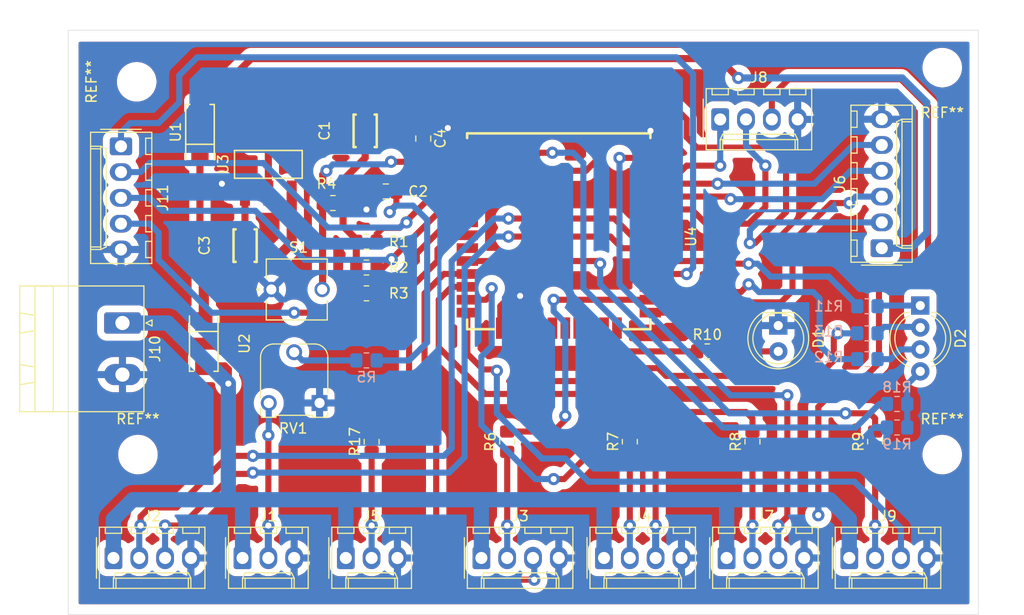
<source format=kicad_pcb>
(kicad_pcb (version 20241229) (generator "pcbnew") (generator_version "9.0")
  (layers (0 "F.Cu" signal) (2 "B.Cu" signal) (13 "F.Paste" user) (15 "B.Paste" user) (5 "F.SilkS" user "F.Silkscreen") (7 "B.SilkS" user "B.Silkscreen") (1 "F.Mask" user) (3 "B.Mask" user) (25 "Edge.Cuts" user))
  (net 0 "")
  (net 1 "/sens_presion")
  (net 2 "VCC")
  (net 3 "Net-(D1-A)")
  (net 4 "Net-(D2-GA)")
  (net 5 "Net-(D2-BA)")
  (net 6 "Net-(D2-K)")
  (net 7 "+3.3V")
  (net 8 "Net-(D2-RA)")
  (net 9 "+5V")
  (net 10 "Net-(J1-Pin_2)")
  (net 11 "/ultrasonico_echo")
  (net 12 "/ultrasonico_trig")
  (net 13 "Net-(J3-Pin_2)")
  (net 14 "/valvula_1")
  (net 15 "/valvula_2")
  (net 16 "Net-(J4-Pin_2)")
  (net 17 "/relay_bomba")
  (net 18 "+5VD")
  (net 19 "/IO0")
  (net 20 "/TXD0")
  (net 21 "GND")
  (net 22 "/EN")
  (net 23 "/RXD0")
  (net 24 "/valvula_3")
  (net 25 "Net-(J7-Pin_2)")
  (net 26 "/lcd_scl")
  (net 27 "/lcd_sda")
  (net 28 "Net-(J9-Pin_2)")
  (net 29 "/valvula_4")
  (net 30 "/boton_0")
  (net 31 "/boton_1")
  (net 32 "/boton_2")
  (net 33 "Net-(R5-Pad1)")
  (net 34 "/flujometro_1")
  (net 35 "/flujometro_2")
  (net 36 "/flujometro_3")
  (net 37 "/flujometro_4")
  (net 38 "/pwr_led")
  (net 39 "/señal_led_b")
  (net 40 "/señal_led_g")
  (net 41 "/señal_led_r")
  (net 44 "/config_pin")
  (net 51 "Net-(J5-Pin_2)")
  (footprint "LED_THT:LED_D5.0mm-4_RGB_Wide_Pins" (layer "F.Cu") (at 169.545 58.355 -90)
    (property "Reference" "D2")
    (property "Value" "LED_BRGK")
  )
  (footprint "MountingHole:MountingHole_2.5mm" (layer "F.Cu") (at 171.704 34.925)
    (property "Reference" "REF**")
    (property "Value" "MountingHole_2.5mm")
  )
  (footprint "Connector_Molex:Molex_KK-254_AE-6410-03A_1x03_P2.54mm_Vertical" (layer "F.Cu") (at 113.03 83.205)
    (property "Reference" "J5")
    (property "Value" "Relay")
  )
  (footprint "Resistor_SMD:R_0805_2012Metric_Pad1.20x1.40mm_HandSolder" (layer "F.Cu") (at 140.97 71.755 90)
    (property "Reference" "R7")
    (property "Value" "1K")
  )
  (footprint "Connector_Molex:Molex_KK-254_AE-6410-04A_1x04_P2.54mm_Vertical" (layer "F.Cu") (at 149.86 40.025)
    (property "Reference" "J8")
    (property "Value" "LCD")
  )
  (footprint "EasyEDA:SOT-223-4_L6.5-W3.5-P2.30-LS7.0-BR" (layer "F.Cu") (at 105.41 44.45 -90)
    (property "Reference" "U3")
    (property "Value" "AMS1117-3.3_C347222")
  )
  (footprint "Resistor_SMD:R_0805_2012Metric_Pad1.20x1.40mm_HandSolder" (layer "F.Cu") (at 128.905 71.755 90)
    (property "Reference" "R6")
    (property "Value" "1K")
  )
  (footprint "Resistor_SMD:R_0805_2012Metric_Pad1.20x1.40mm_HandSolder" (layer "F.Cu") (at 115.062 52.07)
    (property "Reference" "R1")
    (property "Value" "10K")
  )
  (footprint "EasyEDA:WIFIM-SMD_39P-L25.5-W18.0-P1.27-BL" (layer "F.Cu") (at 133.985 51.56 -90)
    (property "Reference" "U4")
    (property "Value" "ESP32-WROOM-32D")
  )
  (footprint "Connector_Molex:Molex_KK-254_AE-6410-04A_1x04_P2.54mm_Vertical" (layer "F.Cu") (at 150.495 83.205)
    (property "Reference" "J7")
    (property "Value" "Valvula 3")
  )
  (footprint "EasyEDA:SMA_L4.5-W2.7-LS5.1-RD" (layer "F.Cu") (at 99.06 62.103 -90)
    (property "Reference" "U2")
    (property "Value" "M7")
  )
  (footprint "Resistor_SMD:R_0805_2012Metric_Pad1.20x1.40mm_HandSolder" (layer "F.Cu") (at 111.76 48.26 180)
    (property "Reference" "R4")
    (property "Value" "10K")
  )
  (footprint "MountingHole:MountingHole_2.5mm" (layer "F.Cu") (at 92.583 73.025)
    (property "Reference" "REF**")
    (property "Value" "MountingHole_2.5mm")
  )
  (footprint "Resistor_SMD:R_0805_2012Metric_Pad1.20x1.40mm_HandSolder" (layer "F.Cu") (at 115.062 54.61)
    (property "Reference" "R2")
    (property "Value" "10K")
  )
  (footprint "Connector_Molex:Molex_KK-254_AE-6410-03A_1x03_P2.54mm_Vertical" (layer "F.Cu") (at 102.87 83.205)
    (property "Reference" "J1")
    (property "Value" "Presion")
  )
  (footprint "Capacitor_SMD:C_0805_2012Metric_Pad1.18x1.45mm_HandSolder" (layer "F.Cu") (at 116.967 47.117)
    (property "Reference" "C2")
    (property "Value" "0.1uF")
  )
  (footprint "Snapeda:BUTT-2_SW_BUTT-2" (layer "F.Cu") (at 108.204 56.769)
    (property "Reference" "S1")
    (property "Value" "BUTT-2")
  )
  (footprint "EasyEDA:CAP-SMD_L3.2-W1.6" (layer "F.Cu") (at 114.935 41.148 90)
    (property "Reference" "C1")
    (property "Value" "10uF")
  )
  (footprint "Resistor_SMD:R_0805_2012Metric_Pad1.20x1.40mm_HandSolder" (layer "F.Cu") (at 153.035 71.755 90)
    (property "Reference" "R8")
    (property "Value" "1K")
  )
  (footprint "Resistor_SMD:R_0805_2012Metric_Pad1.20x1.40mm_HandSolder" (layer "F.Cu") (at 115.062 57.15)
    (property "Reference" "R3")
    (property "Value" "10K")
  )
  (footprint "MountingHole:MountingHole_2.5mm" (layer "F.Cu") (at 92.456 36.322 -90)
    (property "Reference" "REF**")
    (property "Value" "MountingHole_2.5mm")
  )
  (footprint "Connector_Molex:Molex_KK-254_AE-6410-04A_1x04_P2.54mm_Vertical" (layer "F.Cu") (at 126.365 83.205)
    (property "Reference" "J3")
    (property "Value" "Valvula 1")
  )
  (footprint "LED_THT:LED_D5.0mm_Clear" (layer "F.Cu") (at 155.575 60.325 -90)
    (property "Reference" "D1")
    (property "Value" "Green LED")
  )
  (footprint "MountingHole:MountingHole_2.5mm" (layer "F.Cu") (at 171.704 73.025)
    (property "Reference" "REF**")
    (property "Value" "MountingHole_2.5mm")
  )
  (footprint "Capacitor_SMD:C_0805_2012Metric_Pad1.18x1.45mm_HandSolder" (layer "F.Cu") (at 120.65 41.91 -90)
    (property "Reference" "C4")
    (property "Value" "0.1uF")
  )
  (footprint "EasyEDA:SMA_L4.5-W2.7-LS5.1-RD" (layer "F.Cu") (at 98.679 41.275 90)
    (property "Reference" "U1")
    (property "Value" "M7")
  )
  (footprint "Resistor_SMD:R_0805_2012Metric_Pad1.20x1.40mm_HandSolder" (layer "F.Cu") (at 165.1 71.755 90)
    (property "Reference" "R9")
    (property "Value" "1K")
  )
  (footprint "Connector_Molex:Molex_KK-254_AE-6410-05A_1x05_P2.54mm_Vertical" (layer "F.Cu") (at 90.912 42.672 -90)
    (property "Reference" "J11")
    (property "Value" "Botones")
  )
  (footprint "Resistor_SMD:R_0805_2012Metric_Pad1.20x1.40mm_HandSolder" (layer "F.Cu") (at 115.57 71.755 90)
    (property "Reference" "R17")
    (property "Value" "48.7")
  )
  (footprint "Connector_Phoenix_MSTB:PhoenixContact_MSTBA_2,5_2-G-5,08_1x02_P5.08mm_Horizontal" (layer "F.Cu") (at 91.059 60.071 -90)
    (property "Reference" "J10")
    (property "Value" "5V IN")
  )
  (footprint "Connector_Molex:Molex_KK-254_AE-6410-04A_1x04_P2.54mm_Vertical" (layer "F.Cu") (at 162.56 83.205)
    (property "Reference" "J9")
    (property "Value" "Valvula 4")
  )
  (footprint "Resistor_SMD:R_0805_2012Metric_Pad1.20x1.40mm_HandSolder" (layer "F.Cu") (at 148.59 62.865)
    (property "Reference" "R10")
    (property "Value" "1K")
  )
  (footprint "Potentiometer_THT:Potentiometer_Runtron_RM-065_Vertical" (layer "F.Cu") (at 110.45 67.945 180)
    (property "Reference" "RV1")
    (property "Value" "10K")
  )
  (footprint "EasyEDA:CAP-SMD_L3.2-W1.6" (layer "F.Cu") (at 103.124 52.451 90)
    (property "Reference" "C3")
    (property "Value" "10uF")
  )
  (footprint "Connector_Molex:Molex_KK-254_AE-6410-06A_1x06_P2.54mm_Vertical" (layer "F.Cu") (at 165.755 52.705 90)
    (property "Reference" "J6")
    (property "Value" "Debug")
  )
  (footprint "Connector_Molex:Molex_KK-254_AE-6410-04A_1x04_P2.54mm_Vertical" (layer "F.Cu") (at 138.43 83.205)
    (property "Reference" "J4")
    (property "Value" "Valvula 2")
  )
  (footprint "Connector_Molex:Molex_KK-254_AE-6410-04A_1x04_P2.54mm_Vertical" (layer "F.Cu") (at 90.17 83.205)
    (property "Reference" "J2")
    (property "Value" "Ultrasonico")
  )
  (footprint "Resistor_SMD:R_0805_2012Metric_Pad1.20x1.40mm_HandSolder" (layer "B.Cu") (at 167.259 68.043 180)
    (property "Reference" "R18")
    (property "Value" "0")
  )
  (footprint "Resistor_SMD:R_0805_2012Metric_Pad1.20x1.40mm_HandSolder" (layer "B.Cu") (at 167.259 70.358)
    (property "Reference" "R19")
    (property "Value" "0")
  )
  (footprint "Resistor_SMD:R_0805_2012Metric_Pad1.20x1.40mm_HandSolder" (layer "B.Cu") (at 115.062 63.754)
    (property "Reference" "R5")
    (property "Value" "48.7")
  )
  (footprint "Resistor_SMD:R_0805_2012Metric_Pad1.20x1.40mm_HandSolder" (layer "B.Cu") (at 164.338 63.627)
    (property "Reference" "R12")
    (property "Value" "1K")
  )
  (footprint "Resistor_SMD:R_0805_2012Metric_Pad1.20x1.40mm_HandSolder" (layer "B.Cu") (at 164.338 61.087)
    (property "Reference" "R13")
    (property "Value" "1K")
  )
  (footprint "Resistor_SMD:R_0805_2012Metric_Pad1.20x1.40mm_HandSolder" (layer "B.Cu") (at 164.338 58.42)
    (property "Reference" "R11")
    (property "Value" "1K")
  )
  (gr_rect (start 85.725 31.242) (end 175.26 88.773) (stroke (width 0.05)) (fill no) (layer "Edge.Cuts"))
  (segment (start 118.0045 46.99) (end 118.1315 46.99) (width 0.6) (layer "F.Cu") (net 1))
  (segment (start 118.7715 46.35) (end 124.985 46.35) (width 0.6) (layer "F.Cu") (net 1))
  (segment (start 118.1315 46.99) (end 118.7715 46.35) (width 0.6) (layer "F.Cu") (net 1))
  (segment (start 118.0045 48.4085) (end 118.0045 46.99) (width 0.6) (layer "F.Cu") (net 1))
  (segment (start 117.348 49.065) (end 118.0045 48.4085) (width 0.6) (layer "F.Cu") (net 1))
  (segment (start 117.348 49.149) (end 117.348 49.065) (width 0.6) (layer "F.Cu") (net 1))
  (via (at 117.348 49.149) (size 1.2) (drill 0.6) (layers "F.Cu" "B.Cu") (net 1))
  (segment (start 121.031 61.976) (end 119.253 63.754) (width 0.6) (layer "B.Cu") (net 1))
  (segment (start 117.348 49.149) (end 117.983 48.514) (width 0.6) (layer "B.Cu") (net 1))
  (segment (start 117.983 48.514) (end 119.634 48.514) (width 0.6) (layer "B.Cu") (net 1))
  (segment (start 119.634 48.514) (end 121.031 49.911) (width 0.6) (layer "B.Cu") (net 1))
  (segment (start 119.253 63.754) (end 116.062 63.754) (width 0.6) (layer "B.Cu") (net 1))
  (segment (start 121.031 49.911) (end 121.031 61.976) (width 0.6) (layer "B.Cu") (net 1))
  (segment (start 99.06 54.737) (end 99.949 53.848) (width 1) (layer "F.Cu") (net 2))
  (segment (start 99.949 53.848) (end 103.077 53.848) (width 1) (layer "F.Cu") (net 2))
  (segment (start 99.822 53.848) (end 98.679 52.705) (width 0.7) (layer "F.Cu") (net 2))
  (segment (start 103.077 53.848) (end 103.124 53.801) (width 1) (layer "F.Cu") (net 2))
  (segment (start 98.679 52.705) (end 98.679 43.465) (width 0.7) (layer "F.Cu") (net 2))
  (segment (start 106.092 53.801) (end 107.71 52.183) (width 1) (layer "F.Cu") (net 2))
  (segment (start 99.949 53.848) (end 99.822 53.848) (width 0.7) (layer "F.Cu") (net 2))
  (segment (start 107.71 52.183) (end 107.71 47.28) (width 1) (layer "F.Cu") (net 2))
  (segment (start 99.06 59.913) (end 99.06 54.737) (width 1) (layer "F.Cu") (net 2))
  (segment (start 103.124 53.801) (end 106.092 53.801) (width 1) (layer "F.Cu") (net 2))
  (segment (start 149.59 62.865) (end 155.575 62.865) (width 0.6) (layer "F.Cu") (net 3))
  (segment (start 167.578 62.673) (end 169.545 62.673) (width 0.6) (layer "B.Cu") (net 4))
  (segment (start 165.338 63.627) (end 166.624 63.627) (width 0.6) (layer "B.Cu") (net 4))
  (segment (start 166.624 63.627) (end 167.578 62.673) (width 0.6) (layer "B.Cu") (net 4))
  (segment (start 165.403 58.355) (end 165.338 58.42) (width 0.6) (layer "B.Cu") (net 5))
  (segment (start 169.545 58.355) (end 165.403 58.355) (width 0.6) (layer "B.Cu") (net 5))
  (segment (start 168.259 70.358) (end 168.259 68.043) (width 0.6) (layer "B.Cu") (net 6))
  (segment (start 168.259 66.118) (end 169.545 64.832) (width 0.6) (layer "B.Cu") (net 6))
  (segment (start 168.259 68.043) (end 168.259 66.118) (width 0.6) (layer "B.Cu") (net 6))
  (segment (start 111.03738 42.45738) (end 114.935 42.45738) (width 0.7) (layer "F.Cu") (net 7))
  (segment (start 114.062 51.832) (end 114.062 52.07) (width 0.7) (layer "F.Cu") (net 7))
  (segment (start 114.062 57.15) (end 114.062 54.61) (width 0.7) (layer "F.Cu") (net 7))
  (segment (start 133.35 43.307) (end 132.08 43.307) (width 0.6) (layer "F.Cu") (net 7))
  (segment (start 112.76 48.26) (end 112.76 45.99) (width 0.7) (layer "F.Cu") (net 7))
  (segment (start 112.76 50.53) (end 114.062 51.832) (width 0.7) (layer "F.Cu") (net 7))
  (segment (start 105.41 41.62) (end 110.2 41.62) (width 0.7) (layer "F.Cu") (net 7))
  (segment (start 119.7825 42.9475) (end 119.29238 42.45738) (width 0.7) (layer "F.Cu") (net 7))
  (segment (start 112.76 45.99) (end 114.935 43.815) (width 0.7) (layer "F.Cu") (net 7))
  (segment (start 112.76 48.26) (end 112.76 50.53) (width 0.7) (layer "F.Cu") (net 7))
  (segment (start 120.65 42.9475) (end 119.7825 42.9475) (width 0.7) (layer "F.Cu") (net 7))
  (segment (start 132.08 43.307) (end 131.577 43.81) (width 0.6) (layer "F.Cu") (net 7))
  (segment (start 114.062 52.07) (end 114.062 54.61) (width 0.7) (layer "F.Cu") (net 7))
  (segment (start 120.65 42.9475) (end 121.5125 43.81) (width 0.7) (layer "F.Cu") (net 7))
  (segment (start 110.2 41.62) (end 111.03738 42.45738) (width 0.7) (layer "F.Cu") (net 7))
  (segment (start 121.5125 43.81) (end 124.985 43.81) (width 0.7) (layer "F.Cu") (net 7))
  (segment (start 114.935 43.815) (end 114.935 42.45738) (width 0.7) (layer "F.Cu") (net 7))
  (segment (start 131.577 43.81) (end 124.985 43.81) (width 0.6) (layer "F.Cu") (net 7))
  (segment (start 105.41 47.28) (end 105.41 41.62) (width 0.7) (layer "F.Cu") (net 7))
  (segment (start 119.29238 42.45738) (end 114.935 42.45738) (width 0.7) (layer "F.Cu") (net 7))
  (via (at 133.35 43.307) (size 1.2) (drill 0.6) (layers "F.Cu" "B.Cu") (net 7))
  (segment (start 136.398 44.323) (end 136.398 56.642) (width 0.6) (layer "B.Cu") (net 7))
  (segment (start 135.382 43.307) (end 136.398 44.323) (width 0.6) (layer "B.Cu") (net 7))
  (segment (start 163.195 70.358) (end 165.51 68.043) (width 0.6) (layer "B.Cu") (net 7))
  (segment (start 136.398 56.642) (end 150.114 70.358) (width 0.6) (layer "B.Cu") (net 7))
  (segment (start 150.114 70.358) (end 163.195 70.358) (width 0.6) (layer "B.Cu") (net 7))
  (segment (start 133.35 43.307) (end 135.382 43.307) (width 0.6) (layer "B.Cu") (net 7))
  (segment (start 165.51 68.043) (end 166.259 68.043) (width 0.6) (layer "B.Cu") (net 7))
  (segment (start 169.483 60.452) (end 169.545 60.514) (width 0.6) (layer "B.Cu") (net 8))
  (segment (start 165.338 61.087) (end 165.973 60.452) (width 0.6) (layer "B.Cu") (net 8))
  (segment (start 165.973 60.452) (end 169.483 60.452) (width 0.6) (layer "B.Cu") (net 8))
  (segment (start 163.83 65.659) (end 162.179 65.659) (width 0.6) (layer "F.Cu") (net 9))
  (segment (start 156.591 36.068) (end 167.64 36.068) (width 0.6) (layer "F.Cu") (net 9))
  (segment (start 165.481 64.008) (end 163.83 65.659) (width 0.6) (layer "F.Cu") (net 9))
  (segment (start 154.94 37.719) (end 156.591 36.068) (width 0.6) (layer "F.Cu") (net 9))
  (segment (start 170.307 38.735) (end 170.307 54.356) (width 0.6) (layer "F.Cu") (net 9))
  (segment (start 99.06 64.293) (end 101.123 64.293) (width 0.7) (layer "F.Cu") (net 9))
  (segment (start 165.481 56.896) (end 165.481 64.008) (width 0.6) (layer "F.Cu") (net 9))
  (segment (start 101.473 64.643) (end 101.473 66.04) (width 0.7) (layer "F.Cu") (net 9))
  (segment (start 101.123 64.293) (end 101.473 64.643) (width 0.7) (layer "F.Cu") (net 9))
  (segment (start 169.164 55.499) (end 166.878 55.499) (width 0.6) (layer "F.Cu") (net 9))
  (segment (start 167.64 36.068) (end 170.307 38.735) (width 0.6) (layer "F.Cu") (net 9))
  (segment (start 162.179 65.659) (end 159.512 68.326) (width 0.6) (layer "F.Cu") (net 9))
  (segment (start 154.94 40.025) (end 154.94 37.719) (width 0.6) (layer "F.Cu") (net 9))
  (segment (start 170.307 54.356) (end 169.164 55.499) (width 0.6) (layer "F.Cu") (net 9))
  (segment (start 159.512 68.326) (end 159.512 78.994) (width 0.6) (layer "F.Cu") (net 9))
  (segment (start 166.878 55.499) (end 165.481 56.896) (width 0.6) (layer "F.Cu") (net 9))
  (via (at 101.473 66.04) (size 1.2) (drill 0.6) (layers "F.Cu" "B.Cu") (net 9))
  (via (at 159.512 78.994) (size 1.2) (drill 0.6) (layers "F.Cu" "B.Cu") (net 9))
  (segment (start 162.56 79.375) (end 162.56 83.205) (width 1.5) (layer "B.Cu") (net 9))
  (segment (start 159.512 78.994) (end 159.512 77.47) (width 0.6) (layer "B.Cu") (net 9))
  (segment (start 102.87 77.47) (end 113.03 77.47) (width 1.5) (layer "B.Cu") (net 9))
  (segment (start 126.365 83.205) (end 126.365 77.47) (width 1.5) (layer "B.Cu") (net 9))
  (segment (start 113.03 83.205) (end 113.03 77.47) (width 1.5) (layer "B.Cu") (net 9))
  (segment (start 92.075 77.47) (end 98.044 77.47) (width 1.5) (layer "B.Cu") (net 9))
  (segment (start 126.365 77.47) (end 138.43 77.47) (width 1.5) (layer "B.Cu") (net 9))
  (segment (start 160.655 77.47) (end 162.56 79.375) (width 1.5) (layer "B.Cu") (net 9))
  (segment (start 138.43 83.205) (end 138.43 77.47) (width 1.5) (layer "B.Cu") (net 9))
  (segment (start 101.473 77.47) (end 102.87 77.47) (width 1.5) (layer "B.Cu") (net 9))
  (segment (start 102.87 83.205) (end 102.87 77.47) (width 1.5) (layer "B.Cu") (net 9))
  (segment (start 90.17 83.205) (end 90.17 79.375) (width 1.5) (layer "B.Cu") (net 9))
  (segment (start 95.504 60.071) (end 101.473 66.04) (width 1.5) (layer "B.Cu") (net 9))
  (segment (start 150.495 77.47) (end 159.512 77.47) (width 1.5) (layer "B.Cu") (net 9))
  (segment (start 150.495 83.205) (end 150.495 77.47) (width 1.5) (layer "B.Cu") (net 9))
  (segment (start 101.473 66.04) (end 101.473 77.47) (width 1.5) (layer "B.Cu") (net 9))
  (segment (start 91.059 60.071) (end 95.504 60.071) (width 1.5) (layer "B.Cu") (net 9))
  (segment (start 98.044 77.47) (end 101.473 77.47) (width 1.5) (layer "B.Cu") (net 9))
  (segment (start 113.03 77.47) (end 126.365 77.47) (width 1.5) (layer "B.Cu") (net 9))
  (segment (start 159.512 77.47) (end 160.655 77.47) (width 1.5) (layer "B.Cu") (net 9))
  (segment (start 138.43 77.47) (end 150.495 77.47) (width 1.5) (layer "B.Cu") (net 9))
  (segment (start 90.17 79.375) (end 92.075 77.47) (width 1.5) (layer "B.Cu") (net 9))
  (segment (start 105.41 71.12) (end 105.41 80.01) (width 0.6) (layer "F.Cu") (net 10))
  (via (at 105.41 71.12) (size 1.2) (drill 0.6) (layers "F.Cu" "B.Cu") (net 10))
  (via (at 105.41 80.01) (size 1.2) (drill 0.6) (layers "F.Cu" "B.Cu") (net 10))
  (segment (start 105.41 80.01) (end 105.41 83.205) (width 0.7) (layer "B.Cu") (net 10))
  (segment (start 105.45 71.08) (end 105.41 71.12) (width 0.7) (layer "B.Cu") (net 10))
  (segment (start 105.45 67.945) (end 105.45 71.08) (width 0.6) (layer "B.Cu") (net 10))
  (segment (start 96.901 80.01) (end 95.25 80.01) (width 0.6) (layer "F.Cu") (net 11))
  (segment (start 139.065 51.562) (end 140.208 52.705) (width 0.6) (layer "F.Cu") (net 11))
  (segment (start 142.98 52.705) (end 142.985 52.7) (width 0.6) (layer "F.Cu") (net 11))
  (segment (start 140.208 52.705) (end 142.98 52.705) (width 0.6) (layer "F.Cu") (net 11))
  (segment (start 101.981 74.93) (end 96.901 80.01) (width 0.6) (layer "F.Cu") (net 11))
  (segment (start 129.032 51.562) (end 139.065 51.562) (width 0.6) (layer "F.Cu") (net 11))
  (segment (start 103.886 74.803) (end 103.759 74.93) (width 0.6) (layer "F.Cu") (net 11))
  (segment (start 103.759 74.93) (end 101.981 74.93) (width 0.6) (layer "F.Cu") (net 11))
  (via (at 129.032 51.562) (size 1.2) (drill 0.6) (layers "F.Cu" "B.Cu") (net 11))
  (via (at 95.25 80.01) (size 1.2) (drill 0.6) (layers "F.Cu" "B.Cu") (net 11))
  (via (at 103.886 74.803) (size 1.2) (drill 0.6) (layers "F.Cu" "B.Cu") (net 11))
  (segment (start 95.25 83.205) (end 95.25 80.01) (width 0.6) (layer "B.Cu") (net 11))
  (segment (start 124.714 73.279) (end 123.19 74.803) (width 0.6) (layer "B.Cu") (net 11))
  (segment (start 124.714 54.61) (end 124.714 73.279) (width 0.6) (layer "B.Cu") (net 11))
  (segment (start 127.762 51.562) (end 124.714 54.61) (width 0.6) (layer "B.Cu") (net 11))
  (segment (start 123.19 74.803) (end 103.886 74.803) (width 0.6) (layer "B.Cu") (net 11))
  (segment (start 129.032 51.562) (end 127.762 51.562) (width 0.6) (layer "B.Cu") (net 11))
  (segment (start 92.837 79.121) (end 92.837 80.01) (width 0.6) (layer "F.Cu") (net 12))
  (segment (start 96.393 78.232) (end 93.726 78.232) (width 0.6) (layer "F.Cu") (net 12))
  (segment (start 101.473 73.152) (end 96.393 78.232) (width 0.6) (layer "F.Cu") (net 12))
  (segment (start 103.886 73.152) (end 101.473 73.152) (width 0.6) (layer "F.Cu") (net 12))
  (segment (start 93.726 78.232) (end 92.837 79.121) (width 0.6) (layer "F.Cu") (net 12))
  (segment (start 141.092 51.43) (end 142.985 51.43) (width 0.6) (layer "F.Cu") (net 12))
  (segment (start 129.032 49.784) (end 139.446 49.784) (width 0.6) (layer "F.Cu") (net 12))
  (segment (start 139.446 49.784) (end 141.092 51.43) (width 0.6) (layer "F.Cu") (net 12))
  (via (at 103.886 73.152) (size 1.2) (drill 0.6) (layers "F.Cu" "B.Cu") (net 12))
  (via (at 129.032 49.784) (size 1.2) (drill 0.6) (layers "F.Cu" "B.Cu") (net 12))
  (via (at 92.837 80.01) (size 1.2) (drill 0.6) (layers "F.Cu" "B.Cu") (net 12))
  (segment (start 123.444 72.39) (end 123.444 53.975) (width 0.6) (layer "B.Cu") (net 12))
  (segment (start 123.444 53.975) (end 127.635 49.784) (width 0.6) (layer "B.Cu") (net 12))
  (segment (start 92.71 80.137) (end 92.837 80.01) (width 0.6) (layer "B.Cu") (net 12))
  (segment (start 92.71 83.205) (end 92.71 80.137) (width 0.6) (layer "B.Cu") (net 12))
  (segment (start 122.682 73.152) (end 123.444 72.39) (width 0.6) (layer "B.Cu") (net 12))
  (segment (start 127.635 49.784) (end 129.032 49.784) (width 0.6) (layer "B.Cu") (net 12))
  (segment (start 103.886 73.152) (end 122.682 73.152) (width 0.6) (layer "B.Cu") (net 12))
  (segment (start 128.905 72.755) (end 128.905 80.01) (width 0.6) (layer "F.Cu") (net 13))
  (via (at 128.905 80.01) (size 1.2) (drill 0.6) (layers "F.Cu" "B.Cu") (net 13))
  (segment (start 128.905 80.01) (end 128.905 83.205) (width 0.6) (layer "B.Cu") (net 13))
  (segment (start 120.777 57.15) (end 122.687 55.24) (width 0.6) (layer "F.Cu") (net 14))
  (segment (start 120.777 70.358) (end 120.777 57.15) (width 0.6) (layer "F.Cu") (net 14))
  (segment (start 121.92 71.501) (end 120.777 70.358) (width 0.6) (layer "F.Cu") (net 14))
  (segment (start 131.572 85.344) (end 123.444 85.344) (width 0.6) (layer "F.Cu") (net 14))
  (segment (start 121.92 83.82) (end 121.92 71.501) (width 0.6) (layer "F.Cu") (net 14))
  (segment (start 122.687 55.24) (end 124.985 55.24) (width 0.6) (layer "F.Cu") (net 14))
  (segment (start 123.444 85.344) (end 121.92 83.82) (width 0.6) (layer "F.Cu") (net 14))
  (via (at 131.572 85.344) (size 1.2) (drill 0.6) (layers "F.Cu" "B.Cu") (net 14))
  (segment (start 131.572 83.332) (end 131.445 83.205) (width 0.6) (layer "B.Cu") (net 14))
  (segment (start 131.572 85.344) (end 131.572 83.332) (width 0.6) (layer "B.Cu") (net 14))
  (segment (start 126.746 67.056) (end 140.970001 67.056) (width 0.6) (layer "F.Cu") (net 15))
  (segment (start 122.174 57.785) (end 122.174 62.484) (width 0.6) (layer "F.Cu") (net 15))
  (segment (start 123.449 56.51) (end 122.174 57.785) (width 0.6) (layer "F.Cu") (net 15))
  (segment (start 124.985 56.51) (end 123.449 56.51) (width 0.6) (layer "F.Cu") (net 15))
  (segment (start 143.51 69.595999) (end 143.51 80.01) (width 0.6) (layer "F.Cu") (net 15))
  (segment (start 140.970001 67.056) (end 143.51 69.595999) (width 0.6) (layer "F.Cu") (net 15))
  (segment (start 122.174 62.484) (end 126.746 67.056) (width 0.6) (layer "F.Cu") (net 15))
  (via (at 143.51 80.01) (size 1.2) (drill 0.6) (layers "F.Cu" "B.Cu") (net 15))
  (segment (start 143.51 83.205) (end 143.51 80.01) (width 0.7) (layer "B.Cu") (net 15))
  (segment (start 140.97 72.755) (end 140.97 80.01) (width 0.6) (layer "F.Cu") (net 16))
  (via (at 140.97 80.01) (size 1.2) (drill 0.6) (layers "F.Cu" "B.Cu") (net 16))
  (segment (start 140.97 80.01) (end 140.97 83.205) (width 0.6) (layer "B.Cu") (net 16))
  (segment (start 118.602 70.755) (end 119.253 70.104) (width 0.6) (layer "F.Cu") (net 17))
  (segment (start 122.047 53.975) (end 122.047 52.832) (width 0.6) (layer "F.Cu") (net 17))
  (segment (start 115.57 70.755) (end 118.602 70.755) (width 0.6) (layer "F.Cu") (net 17))
  (segment (start 119.253 70.104) (end 119.253 56.769) (width 0.6) (layer "F.Cu") (net 17))
  (segment (start 119.253 56.769) (end 122.047 53.975) (width 0.6) (layer "F.Cu") (net 17))
  (segment (start 123.449 51.43) (end 124.985 51.43) (width 0.6) (layer "F.Cu") (net 17))
  (segment (start 122.047 52.832) (end 123.449 51.43) (width 0.6) (layer "F.Cu") (net 17))
  (segment (start 103.728 34.036) (end 98.679 39.085) (width 0.7) (layer "F.Cu") (net 18))
  (segment (start 149.733 34.036) (end 103.728 34.036) (width 0.7) (layer "F.Cu") (net 18))
  (segment (start 151.638 35.941) (end 149.733 34.036) (width 0.7) (layer "F.Cu") (net 18))
  (via (at 151.638 35.941) (size 1.2) (drill 0.6) (layers "F.Cu" "B.Cu") (net 18))
  (segment (start 170.18 51.181) (end 168.656 52.705) (width 0.7) (layer "B.Cu") (net 18))
  (segment (start 168.656 52.705) (end 165.755 52.705) (width 0.7) (layer "B.Cu") (net 18))
  (segment (start 170.18 38.354) (end 170.18 51.181) (width 0.7) (layer "B.Cu") (net 18))
  (segment (start 151.638 35.941) (end 167.767 35.941) (width 0.7) (layer "B.Cu") (net 18))
  (segment (start 167.767 35.941) (end 170.18 38.354) (width 0.7) (layer "B.Cu") (net 18))
  (segment (start 160.782 48.26) (end 162.56 48.26) (width 0.6) (layer "F.Cu") (net 19))
  (segment (start 150.495 58.039) (end 155.829 58.039) (width 0.6) (layer "F.Cu") (net 19))
  (segment (start 156.972 56.896) (end 156.972 52.07) (width 0.6) (layer "F.Cu") (net 19))
  (segment (start 142.985 59.05) (end 149.484 59.05) (width 0.6) (layer "F.Cu") (net 19))
  (segment (start 155.829 58.039) (end 156.972 56.896) (width 0.6) (layer "F.Cu") (net 19))
  (segment (start 156.972 52.07) (end 160.782 48.26) (width 0.6) (layer "F.Cu") (net 19))
  (segment (start 149.484 59.05) (end 150.495 58.039) (width 0.6) (layer "F.Cu") (net 19))
  (via (at 162.56 48.26) (size 1.2) (drill 0.6) (layers "F.Cu" "B.Cu") (net 19))
  (segment (start 162.56 48.26) (end 163.195 47.625) (width 0.6) (layer "B.Cu") (net 19))
  (segment (start 163.195 47.625) (end 165.755 47.625) (width 0.6) (layer "B.Cu") (net 19))
  (segment (start 142.985 46.35) (end 149.601 46.35) (width 0.6) (layer "F.Cu") (net 20))
  (segment (start 149.601 46.35) (end 149.606 46.355) (width 0.6) (layer "F.Cu") (net 20))
  (via (at 149.606 46.355) (size 1.2) (drill 0.6) (layers "F.Cu" "B.Cu") (net 20))
  (segment (start 159.131 46.355) (end 162.941 42.545) (width 0.6) (layer "B.Cu") (net 20))
  (segment (start 162.941 42.545) (end 165.755 42.545) (width 0.6) (layer "B.Cu") (net 20))
  (segment (start 149.606 46.355) (end 159.131 46.355) (width 0.6) (layer "B.Cu") (net 20))
  (segment (start 114.935 39.798) (end 117.141 39.798) (width 0.7) (layer "F.Cu") (net 21))
  (segment (start 129.286 57.404) (end 128.275 58.415) (width 0.7) (layer "F.Cu") (net 21))
  (segment (start 124.6925 40.8725) (end 124.985 41.165) (width 0.7) (layer "F.Cu") (net 21))
  (segment (start 118.2155 40.8725) (end 120.65 40.8725) (width 0.7) (layer "F.Cu") (net 21))
  (segment (start 115.062 48.895) (end 115.062 48.006) (width 0.7) (layer "F.Cu") (net 21))
  (segment (start 124.985 41.165) (end 124.985 42.54) (width 0.7) (layer "F.Cu") (net 21))
  (segment (start 103.11 47.28) (end 101.763 47.28) (width 0.7) (layer "F.Cu") (net 21))
  (segment (start 142.985 42.54) (end 142.985 41.165) (width 0.7) (layer "F.Cu") (net 21))
  (segment (start 130.175 57.404) (end 129.286 57.404) (width 0.7) (layer "F.Cu") (net 21))
  (segment (start 103.124 50.974) (end 103.11 50.96) (width 0.7) (layer "F.Cu") (net 21))
  (segment (start 115.9295 47.1385) (end 115.9295 47.117) (width 0.7) (layer "F.Cu") (net 21))
  (segment (start 123.063 40.8725) (end 124.6925 40.8725) (width 0.7) (layer "F.Cu") (net 21))
  (segment (start 103.11 50.96) (end 103.11 47.28) (width 0.7) (layer "F.Cu") (net 21))
  (segment (start 142.985 41.165) (end 143.002 41.148) (width 0.7) (layer "F.Cu") (net 21))
  (segment (start 123.063 40.8725) (end 120.65 40.8725) (width 0.7) (layer "F.Cu") (net 21))
  (segment (start 128.275 58.415) (end 128.275 60.58) (width 0.7) (layer "F.Cu") (net 21))
  (segment (start 128.275 60.58) (end 128.275 61.209) (width 0.7) (layer "F.Cu") (net 21))
  (segment (start 115.062 48.006) (end 115.9295 47.1385) (width 0.7) (layer "F.Cu") (net 21))
  (segment (start 117.141 39.798) (end 118.2155 40.8725) (width 0.7) (layer "F.Cu") (net 21))
  (segment (start 101.763 47.28) (end 100.838 46.355) (width 0.7) (layer "F.Cu") (net 21))
  (via (at 100.838 46.355) (size 1.2) (drill 0.6) (layers "F.Cu" "B.Cu") (net 21))
  (via (at 143.002 41.148) (size 1.2) (drill 0.6) (layers "F.Cu" "B.Cu") (net 21))
  (via (at 130.175 57.404) (size 1.2) (drill 0.6) (layers "F.Cu" "B.Cu") (net 21))
  (via (at 123.063 40.8725) (size 1.2) (drill 0.6) (layers "F.Cu" "B.Cu") (net 21))
  (via (at 115.062 48.895) (size 1.2) (drill 0.6) (layers "F.Cu" "B.Cu") (net 21))
  (segment (start 147.574 42.799) (end 146.558 41.783) (width 0.6) (layer "F.Cu") (net 22))
  (segment (start 110.744 48.276) (end 110.744 56.729) (width 0.7) (layer "F.Cu") (net 22))
  (segment (start 118.872 44.196) (end 119.756 45.08) (width 0.6) (layer "F.Cu") (net 22))
  (segment (start 155.321 42.799) (end 147.574 42.799) (width 0.6) (layer "F.Cu") (net 22))
  (segment (start 138.557 39.116) (end 137.668 40.005) (width 0.6) (layer "F.Cu") (net 22))
  (segment (start 110.76 45.45) (end 111.125 45.085) (width 0.7) (layer "F.Cu") (net 22))
  (segment (start 153.289 52.197) (end 156.337 49.149) (width 0.6) (layer "F.Cu") (net 22))
  (segment (start 110.744 56.729) (end 110.704 56.769) (width 0.7) (layer "F.Cu") (net 22))
  (segment (start 110.76 48.26) (end 110.744 48.276) (width 0.7) (layer "F.Cu") (net 22))
  (segment (start 137.668 44.069) (end 136.657 45.08) (width 0.6) (layer "F.Cu") (net 22))
  (segment (start 152.781 52.197) (end 153.289 52.197) (width 0.6) (layer "F.Cu") (net 22))
  (segment (start 156.337 43.815) (end 155.321 42.799) (width 0.6) (layer "F.Cu") (net 22))
  (segment (start 156.337 49.149) (end 156.337 43.815) (width 0.6) (layer "F.Cu") (net 22))
  (segment (start 117.475 44.196) (end 118.872 44.196) (width 0.6) (layer "F.Cu") (net 22))
  (segment (start 119.756 45.08) (end 124.985 45.08) (width 0.6) (layer "F.Cu") (net 22))
  (segment (start 136.657 45.08) (end 124.985 45.08) (width 0.6) (layer "F.Cu") (net 22))
  (segment (start 137.668 40.005) (end 137.668 44.069) (width 0.6) (layer "F.Cu") (net 22))
  (segment (start 146.558 41.783) (end 146.558 40.005) (width 0.6) (layer "F.Cu") (net 22))
  (segment (start 146.558 40.005) (end 145.669 39.116) (width 0.6) (layer "F.Cu") (net 22))
  (segment (start 145.669 39.116) (end 138.557 39.116) (width 0.6) (layer "F.Cu") (net 22))
  (segment (start 110.76 48.26) (end 110.76 45.45) (width 0.7) (layer "F.Cu") (net 22))
  (via (at 152.781 52.197) (size 1.2) (drill 0.6) (layers "F.Cu" "B.Cu") (net 22))
  (via (at 111.125 45.085) (size 1.2) (drill 0.6) (layers "F.Cu" "B.Cu") (net 22))
  (via (at 117.475 44.196) (size 1.2) (drill 0.6) (layers "F.Cu" "B.Cu") (net 22))
  (segment (start 152.781 52.197) (end 152.781 50.927) (width 0.6) (layer "B.Cu") (net 22))
  (segment (start 152.781 50.927) (end 153.543 50.165) (width 0.6) (layer "B.Cu") (net 22))
  (segment (start 117.221 44.45) (end 117.475 44.196) (width 0.6) (layer "B.Cu") (net 22))
  (segment (start 111.76 44.45) (end 117.221 44.45) (width 0.6) (layer "B.Cu") (net 22))
  (segment (start 111.125 45.085) (end 111.76 44.45) (width 0.6) (layer "B.Cu") (net 22))
  (segment (start 153.543 50.165) (end 165.755 50.165) (width 0.6) (layer "B.Cu") (net 22))
  (segment (start 142.985 47.62) (end 150.617 47.62) (width 0.6) (layer "F.Cu") (net 23))
  (segment (start 150.617 47.62) (end 150.876 47.879) (width 0.6) (layer "F.Cu") (net 23))
  (via (at 150.876 47.879) (size 1.2) (drill 0.6) (layers "F.Cu" "B.Cu") (net 23))
  (segment (start 162.687 45.085) (end 165.755 45.085) (width 0.6) (layer "B.Cu") (net 23))
  (segment (start 159.893 47.879) (end 162.687 45.085) (width 0.6) (layer "B.Cu") (net 23))
  (segment (start 150.876 47.879) (end 159.893 47.879) (width 0.6) (layer "B.Cu") (net 23))
  (segment (start 156.464 79.121) (end 155.575 80.01) (width 0.6) (layer "F.Cu") (net 24))
  (segment (start 139.959 43.81) (end 139.954 43.815) (width 0.6) (layer "F.Cu") (net 24))
  (segment (start 156.464 67.183) (end 156.464 79.121) (width 0.6) (layer "F.Cu") (net 24))
  (segment (start 142.985 43.81) (end 139.959 43.81) (width 0.6) (layer "F.Cu") (net 24))
  (via (at 155.575 80.01) (size 1.2) (drill 0.6) (layers "F.Cu" "B.Cu") (net 24))
  (via (at 139.954 43.815) (size 1.2) (drill 0.6) (layers "F.Cu" "B.Cu") (net 24))
  (via (at 156.464 67.183) (size 1.2) (drill 0.6) (layers "F.Cu" "B.Cu") (net 24))
  (segment (start 150.876 67.183) (end 139.954 56.261) (width 0.6) (layer "B.Cu") (net 24))
  (segment (start 139.954 56.261) (end 139.954 43.815) (width 0.6) (layer "B.Cu") (net 24))
  (segment (start 156.464 67.183) (end 150.876 67.183) (width 0.6) (layer "B.Cu") (net 24))
  (segment (start 155.575 80.01) (end 155.575 83.205) (width 0.6) (layer "B.Cu") (net 24))
  (segment (start 153.035 72.755) (end 153.035 80.01) (width 0.6) (layer "F.Cu") (net 25))
  (via (at 153.035 80.01) (size 1.2) (drill 0.6) (layers "F.Cu" "B.Cu") (net 25))
  (segment (start 153.035 80.01) (end 153.035 83.205) (width 0.6) (layer "B.Cu") (net 25))
  (segment (start 146.558 44.577) (end 146.05 45.085) (width 0.6) (layer "F.Cu") (net 26))
  (segment (start 149.86 44.577) (end 146.558 44.577) (width 0.6) (layer "F.Cu") (net 26))
  (segment (start 146.05 45.085) (end 142.99 45.085) (width 0.6) (layer "F.Cu") (net 26))
  (segment (start 142.99 45.085) (end 142.985 45.08) (width 0.6) (layer "F.Cu") (net 26))
  (via (at 149.86 44.577) (size 1.2) (drill 0.6) (layers "F.Cu" "B.Cu") (net 26))
  (segment (start 149.86 44.577) (end 149.86 40.025) (width 0.6) (layer "B.Cu") (net 26))
  (segment (start 152.654 50.292) (end 154.305 48.641) (width 0.6) (layer "F.Cu") (net 27))
  (segment (start 154.305 48.641) (end 154.305 44.577) (width 0.6) (layer "F.Cu") (net 27))
  (segment (start 148.463 50.292) (end 152.654 50.292) (width 0.6) (layer "F.Cu") (net 27))
  (segment (start 142.985 48.89) (end 147.061 48.89) (width 0.6) (layer "F.Cu") (net 27))
  (segment (start 147.061 48.89) (end 148.463 50.292) (width 0.6) (layer "F.Cu") (net 27))
  (via (at 154.305 44.577) (size 1.2) (drill 0.6) (layers "F.Cu" "B.Cu") (net 27))
  (segment (start 152.4 42.672) (end 152.4 40.025) (width 0.6) (layer "B.Cu") (net 27))
  (segment (start 154.305 44.577) (end 152.4 42.672) (width 0.6) (layer "B.Cu") (net 27))
  (segment (start 165.1 72.755) (end 165.1 80.01) (width 0.6) (layer "F.Cu") (net 28))
  (via (at 165.1 80.01) (size 1.2) (drill 0.6) (layers "F.Cu" "B.Cu") (net 28))
  (segment (start 165.1 80.01) (end 165.1 83.205) (width 0.6) (layer "B.Cu") (net 28))
  (segment (start 127.889 64.77) (end 127.762 64.643) (width 0.6) (layer "F.Cu") (net 29))
  (segment (start 127.762 64.643) (end 126.526 64.643) (width 0.6) (layer "F.Cu") (net 29))
  (segment (start 126.526 64.643) (end 124.985 63.102) (width 0.6) (layer "F.Cu") (net 29))
  (segment (start 124.985 63.102) (end 124.985 59.05) (width 0.6) (layer "F.Cu") (net 29))
  (via (at 127.889 64.77) (size 1.2) (drill 0.6) (layers "F.Cu" "B.Cu") (net 29))
  (segment (start 136.906 75.692) (end 163.068 75.692) (width 0.6) (layer "B.Cu") (net 29))
  (segment (start 163.068 75.692) (end 167.64 80.264) (width 0.6) (layer "B.Cu") (net 29))
  (segment (start 127.889 64.77) (end 127.889 68.961) (width 0.6) (layer "B.Cu") (net 29))
  (segment (start 167.64 80.264) (end 167.64 83.205) (width 0.6) (layer "B.Cu") (net 29))
  (segment (start 127.889 68.961) (end 132.334 73.406) (width 0.6) (layer "B.Cu") (net 29))
  (segment (start 134.62 73.406) (end 136.906 75.692) (width 0.6) (layer "B.Cu") (net 29))
  (segment (start 132.334 73.406) (end 134.62 73.406) (width 0.6) (layer "B.Cu") (net 29))
  (segment (start 116.681 50.705) (end 118.332 50.705) (width 0.6) (layer "F.Cu") (net 30))
  (segment (start 116.062 52.07) (end 116.062 51.324) (width 0.6) (layer "F.Cu") (net 30))
  (segment (start 118.332 50.705) (end 121.417 47.62) (width 0.6) (layer "F.Cu") (net 30))
  (segment (start 121.417 47.62) (end 124.985 47.62) (width 0.6) (layer "F.Cu") (net 30))
  (segment (start 116.062 51.324) (end 116.681 50.705) (width 0.6) (layer "F.Cu") (net 30))
  (via (at 118.999 50.165) (size 1.2) (drill 0.6) (layers "F.Cu" "B.Cu") (net 30))
  (segment (start 118.364 50.673) (end 111.252 50.673) (width 0.6) (layer "B.Cu") (net 30))
  (segment (start 118.872 50.165) (end 118.364 50.673) (width 0.6) (layer "B.Cu") (net 30))
  (segment (start 111.252 50.673) (end 104.902 44.323) (width 0.6) (layer "B.Cu") (net 30))
  (segment (start 92.837 45.212) (end 90.912 45.212) (width 0.6) (layer "B.Cu") (net 30))
  (segment (start 93.726 44.323) (end 92.837 45.212) (width 0.6) (layer "B.Cu") (net 30))
  (segment (start 118.999 50.165) (end 118.872 50.165) (width 0.6) (layer "B.Cu") (net 30))
  (segment (start 104.902 44.323) (end 93.726 44.323) (width 0.6) (layer "B.Cu") (net 30))
  (segment (start 122.433 48.89) (end 124.985 48.89) (width 0.6) (layer "F.Cu") (net 31))
  (segment (start 116.062 54.61) (end 116.713 54.61) (width 0.6) (layer "F.Cu") (net 31))
  (segment (start 116.713 54.61) (end 122.433 48.89) (width 0.6) (layer "F.Cu") (net 31))
  (via (at 117.5385 53.7845) (size 1.2) (drill 0.6) (layers "F.Cu" "B.Cu") (net 31))
  (segment (start 108.966 53.848) (end 104.14 49.022) (width 0.6) (layer "B.Cu") (net 31))
  (segment (start 104.14 49.022) (end 94.996 49.022) (width 0.6) (layer "B.Cu") (net 31))
  (segment (start 117.5385 53.7845) (end 117.475 53.848) (width 0.6) (layer "B.Cu") (net 31))
  (segment (start 117.475 53.848) (end 108.966 53.848) (width 0.6) (layer "B.Cu") (net 31))
  (segment (start 93.726 47.752) (end 90.912 47.752) (width 0.6) (layer "B.Cu") (net 31))
  (segment (start 94.996 49.022) (end 93.726 47.752) (width 0.6) (layer "B.Cu") (net 31))
  (segment (start 120.015 53.975) (end 120.015 53.213) (width 0.6) (layer "F.Cu") (net 32))
  (segment (start 107.95 59.055) (end 109.474 59.055) (width 0.6) (layer "F.Cu") (net 32))
  (segment (start 116.84 57.15) (end 120.015 53.975) (width 0.6) (layer "F.Cu") (net 32))
  (segment (start 109.474 59.055) (end 110.363 59.944) (width 0.6) (layer "F.Cu") (net 32))
  (segment (start 120.015 53.213) (end 123.068 50.16) (width 0.6) (layer "F.Cu") (net 32))
  (segment (start 116.062 57.15) (end 116.84 57.15) (width 0.6) (layer "F.Cu") (net 32))
  (segment (start 116.062 59.198) (end 116.062 57.15) (width 0.6) (layer "F.Cu") (net 32))
  (segment (start 123.068 50.16) (end 124.985 50.16) (width 0.6) (layer "F.Cu") (net 32))
  (segment (start 110.363 59.944) (end 115.316 59.944) (width 0.6) (layer "F.Cu") (net 32))
  (segment (start 115.316 59.944) (end 116.062 59.198) (width 0.6) (layer "F.Cu") (net 32))
  (via (at 107.95 59.055) (size 1.2) (drill 0.6) (layers "F.Cu" "B.Cu") (net 32))
  (segment (start 107.95 59.055) (end 99.822 59.055) (width 0.6) (layer "B.Cu") (net 32))
  (segment (start 99.822 59.055) (end 94.615 53.848) (width 0.6) (layer "B.Cu") (net 32))
  (segment (start 93.726 50.292) (end 90.912 50.292) (width 0.6) (layer "B.Cu") (net 32))
  (segment (start 94.615 53.848) (end 94.615 51.181) (width 0.6) (layer "B.Cu") (net 32))
  (segment (start 94.615 51.181) (end 93.726 50.292) (width 0.6) (layer "B.Cu") (net 32))
  (segment (start 108.759 63.754) (end 114.062 63.754) (width 0.6) (layer "B.Cu") (net 33))
  (segment (start 107.95 62.945) (end 108.759 63.754) (width 0.6) (layer "B.Cu") (net 33))
  (segment (start 133.975 57.785) (end 133.98 57.78) (width 0.6) (layer "F.Cu") (net 34))
  (segment (start 133.98 57.78) (end 142.985 57.78) (width 0.6) (layer "F.Cu") (net 34))
  (segment (start 133.477 57.785) (end 133.975 57.785) (width 0.6) (layer "F.Cu") (net 34))
  (segment (start 133.461 70.755) (end 128.905 70.755) (width 0.6) (layer "F.Cu") (net 34))
  (segment (start 134.62 69.596) (end 133.461 70.755) (width 0.6) (layer "F.Cu") (net 34))
  (segment (start 134.62 69.215) (end 134.62 69.596) (width 0.6) (layer "F.Cu") (net 34))
  (via (at 134.62 69.215) (size 1.2) (drill 0.6) (layers "F.Cu" "B.Cu") (net 34))
  (via (at 133.477 57.785) (size 1.2) (drill 0.6) (layers "F.Cu" "B.Cu") (net 34))
  (segment (start 134.62 69.215) (end 134.62 60.071) (width 0.6) (layer "B.Cu") (net 34))
  (segment (start 133.477 58.928) (end 133.477 57.785) (width 0.6) (layer "B.Cu") (net 34))
  (segment (start 134.62 60.071) (end 133.477 58.928) (width 0.6) (layer "B.Cu") (net 34))
  (segment (start 134.493 75.438) (end 139.176 70.755) (width 0.6) (layer "F.Cu") (net 35))
  (segment (start 127.381 57.2135) (end 126.8145 57.78) (width 0.6) (layer "F.Cu") (net 35))
  (segment (start 133.477 75.438) (end 134.493 75.438) (width 0.6) (layer "F.Cu") (net 35))
  (segment (start 139.176 70.755) (end 140.97 70.755) (width 0.6) (layer "F.Cu") (net 35))
  (segment (start 127.381 56.642) (end 127.381 57.2135) (width 0.6) (layer "F.Cu") (net 35))
  (segment (start 126.8145 57.78) (end 124.985 57.78) (width 0.6) (layer "F.Cu") (net 35))
  (via (at 127.381 56.642) (size 1.2) (drill 0.6) (layers "F.Cu" "B.Cu") (net 35))
  (via (at 133.477 75.438) (size 1.2) (drill 0.6) (layers "F.Cu" "B.Cu") (net 35))
  (segment (start 126.365 63.373) (end 127.381 62.357) (width 0.6) (layer "B.Cu") (net 35))
  (segment (start 133.477 75.438) (end 131.699 75.438) (width 0.6) (layer "B.Cu") (net 35))
  (segment (start 131.699 75.438) (end 126.365 70.104) (width 0.6) (layer "B.Cu") (net 35))
  (segment (start 127.381 62.357) (end 127.381 56.642) (width 0.6) (layer "B.Cu") (net 35))
  (segment (start 126.365 70.104) (end 126.365 63.373) (width 0.6) (layer "B.Cu") (net 35))
  (segment (start 129.545 62.743) (end 132.588 65.786) (width 0.6) (layer "F.Cu") (net 36))
  (segment (start 153.035 69.469) (end 153.035 70.755) (width 0.6) (layer "F.Cu") (net 36))
  (segment (start 152.4 68.834) (end 153.035 69.469) (width 0.6) (layer "F.Cu") (net 36))
  (segment (start 145.415 68.834) (end 152.4 68.834) (width 0.6) (layer "F.Cu") (net 36))
  (segment (start 142.367 65.786) (end 145.415 68.834) (width 0.6) (layer "F.Cu") (net 36))
  (segment (start 129.545 60.58) (end 129.545 62.743) (width 0.6) (layer "F.Cu") (net 36))
  (segment (start 132.588 65.786) (end 142.367 65.786) (width 0.6) (layer "F.Cu") (net 36))
  (segment (start 164.592 68.961) (end 165.1 69.469) (width 0.6) (layer "F.Cu") (net 37))
  (segment (start 138.049 54.229) (end 137.79 53.97) (width 0.6) (layer "F.Cu") (net 37))
  (segment (start 137.79 53.97) (end 124.985 53.97) (width 0.6) (layer "F.Cu") (net 37))
  (segment (start 165.1 69.469) (end 165.1 70.755) (width 0.6) (layer "F.Cu") (net 37))
  (segment (start 162.179 68.961) (end 164.592 68.961) (width 0.6) (layer "F.Cu") (net 37))
  (via (at 162.179 68.961) (size 1.2) (drill 0.6) (layers "F.Cu" "B.Cu") (net 37))
  (via (at 138.049 54.229) (size 1.2) (drill 0.6) (layers "F.Cu" "B.Cu") (net 37))
  (segment (start 162.179 68.961) (end 150.749 68.961) (width 0.6) (layer "B.Cu") (net 37))
  (segment (start 150.749 68.961) (end 138.049 56.261) (width 0.6) (layer "B.Cu") (net 37))
  (segment (start 138.049 56.261) (end 138.049 54.229) (width 0.6) (layer "B.Cu") (net 37))
  (segment (start 140.335 62.865) (end 147.59 62.865) (width 0.6) (layer "F.Cu") (net 38))
  (segment (start 139.705 60.57) (end 139.705 62.235) (width 0.6) (layer "F.Cu") (net 38))
  (segment (start 139.705 62.235) (end 140.335 62.865) (width 0.6) (layer "F.Cu") (net 38))
  (segment (start 151.13 54.229) (end 152.654 54.229) (width 0.6) (layer "F.Cu") (net 39))
  (segment (start 150.871 53.97) (end 151.13 54.229) (width 0.6) (layer "F.Cu") (net 39))
  (segment (start 142.985 53.97) (end 150.871 53.97) (width 0.6) (layer "F.Cu") (net 39))
  (via (at 152.654 54.229) (size 1.2) (drill 0.6) (layers "F.Cu" "B.Cu") (net 39))
  (segment (start 160.528 55.499) (end 163.338 58.309) (width 0.6) (layer "B.Cu") (net 39))
  (segment (start 153.543 54.229) (end 154.813 55.499) (width 0.6) (layer "B.Cu") (net 39))
  (segment (start 163.338 58.309) (end 163.338 58.547) (width 0.6) (layer "B.Cu") (net 39))
  (segment (start 154.813 55.499) (end 160.528 55.499) (width 0.6) (layer "B.Cu") (net 39))
  (segment (start 152.654 54.229) (end 153.543 54.229) (width 0.6) (layer "B.Cu") (net 39))
  (segment (start 151.892 57.023) (end 145.415 57.023) (width 0.6) (layer "F.Cu") (net 40))
  (segment (start 145.415 57.023) (end 144.902 56.51) (width 0.6) (layer "F.Cu") (net 40))
  (segment (start 152.654 56.261) (end 151.892 57.023) (width 0.6) (layer "F.Cu") (net 40))
  (segment (start 144.902 56.51) (end 142.985 56.51) (width 0.6) (layer "F.Cu") (net 40))
  (via (at 152.654 56.261) (size 1.2) (drill 0.6) (layers "F.Cu" "B.Cu") (net 40))
  (segment (start 153.67 57.023) (end 159.004 57.023) (width 0.6) (layer "B.Cu") (net 40))
  (segment (start 161.036 63.627) (end 163.338 63.627) (width 0.6) (layer "B.Cu") (net 40))
  (segment (start 159.639 57.658) (end 159.639 62.23) (width 0.6) (layer "B.Cu") (net 40))
  (segment (start 159.004 57.023) (end 159.639 57.658) (width 0.6) (layer "B.Cu") (net 40))
  (segment (start 152.908 56.261) (end 153.67 57.023) (width 0.6) (layer "B.Cu") (net 40))
  (segment (start 159.639 62.23) (end 161.036 63.627) (width 0.6) (layer "B.Cu") (net 40))
  (segment (start 152.654 56.261) (end 152.908 56.261) (width 0.6) (layer "B.Cu") (net 40))
  (segment (start 144.526 65.278) (end 143.764 64.516) (width 0.6) (layer "F.Cu") (net 41))
  (segment (start 161.417 61.087) (end 161.036 61.468) (width 0.6) (layer "F.Cu") (net 41))
  (segment (start 138.435 63.251) (end 138.435 60.57) (width 0.6) (layer "F.Cu") (net 41))
  (segment (start 139.7 64.516) (end 138.435 63.251) (width 0.6) (layer "F.Cu") (net 41))
  (segment (start 143.764 64.516) (end 139.7 64.516) (width 0.6) (layer "F.Cu") (net 41))
  (segment (start 161.036 63.754) (end 159.512 65.278) (width 0.6) (layer "F.Cu") (net 41))
  (segment (start 159.512 65.278) (end 144.526 65.278) (width 0.6) (layer "F.Cu") (net 41))
  (segment (start 161.036 61.468) (end 161.036 63.754) (width 0.6) (layer "F.Cu") (net 41))
  (via (at 161.417 61.087) (size 1.2) (drill 0.6) (layers "F.Cu" "B.Cu") (net 41))
  (segment (start 161.417 61.087) (end 163.338 61.087) (width 0.6) (layer "B.Cu") (net 41))
  (segment (start 142.99 55.245) (end 142.985 55.24) (width 0.6) (layer "F.Cu") (net 44))
  (segment (start 146.558 55.245) (end 142.99 55.245) (width 0.6) (layer "F.Cu") (net 44))
  (via (at 146.558 55.245) (size 1.2) (drill 0.6) (layers "F.Cu" "B.Cu") (net 44))
  (segment (start 94.615 40.386) (end 91.821 40.386) (width 0.6) (layer "B.Cu") (net 44))
  (segment (start 98.425 33.909) (end 96.647 35.687) (width 0.6) (layer "B.Cu") (net 44))
  (segment (start 96.647 38.354) (end 94.615 40.386) (width 0.6) (layer "B.Cu") (net 44))
  (segment (start 146.558 55.245) (end 147.193 54.61) (width 0.6) (layer "B.Cu") (net 44))
  (segment (start 96.647 35.687) (end 96.647 38.354) (width 0.6) (layer "B.Cu") (net 44))
  (segment (start 147.193 54.61) (end 147.193 35.56) (width 0.6) (layer "B.Cu") (net 44))
  (segment (start 147.193 35.56) (end 145.542 33.909) (width 0.6) (layer "B.Cu") (net 44))
  (segment (start 90.912 41.295) (end 90.912 42.672) (width 0.6) (layer "B.Cu") (net 44))
  (segment (start 91.821 40.386) (end 90.912 41.295) (width 0.6) (layer "B.Cu") (net 44))
  (segment (start 145.542 33.909) (end 98.425 33.909) (width 0.6) (layer "B.Cu") (net 44))
  (segment (start 115.57 72.755) (end 115.57 80.01) (width 0.6) (layer "F.Cu") (net 51))
  (via (at 115.57 80.01) (size 1.2) (drill 0.6) (layers "F.Cu" "B.Cu") (net 51))
  (segment (start 115.57 80.01) (end 115.57 83.205) (width 0.6) (layer "B.Cu") (net 51))
  (zone (net 0) (net_name "") (layer "F.Cu") (priority 1) (connect_pads no (clearance 0.7)) (min_thickness 0.5) (fill yes (thermal_gap 0.7) (thermal_bridge_width 0.7) (island_removal_mode 1) (island_area_min 10))
    (polygon (pts (xy 174.371 32.385) (xy 174.371 87.757) (xy 86.741 87.757) (xy 86.741 32.385)))
  )
  (zone (net 21) (net_name "GND") (layer "B.Cu") (connect_pads (clearance 0.7)) (min_thickness 0.25) (fill yes (thermal_gap 0.7) (thermal_bridge_width 0.7))
    (polygon (pts (xy 174.371 32.385) (xy 86.741 32.385) (xy 86.741 87.757) (xy 174.371 87.757)))
  )
)
</source>
